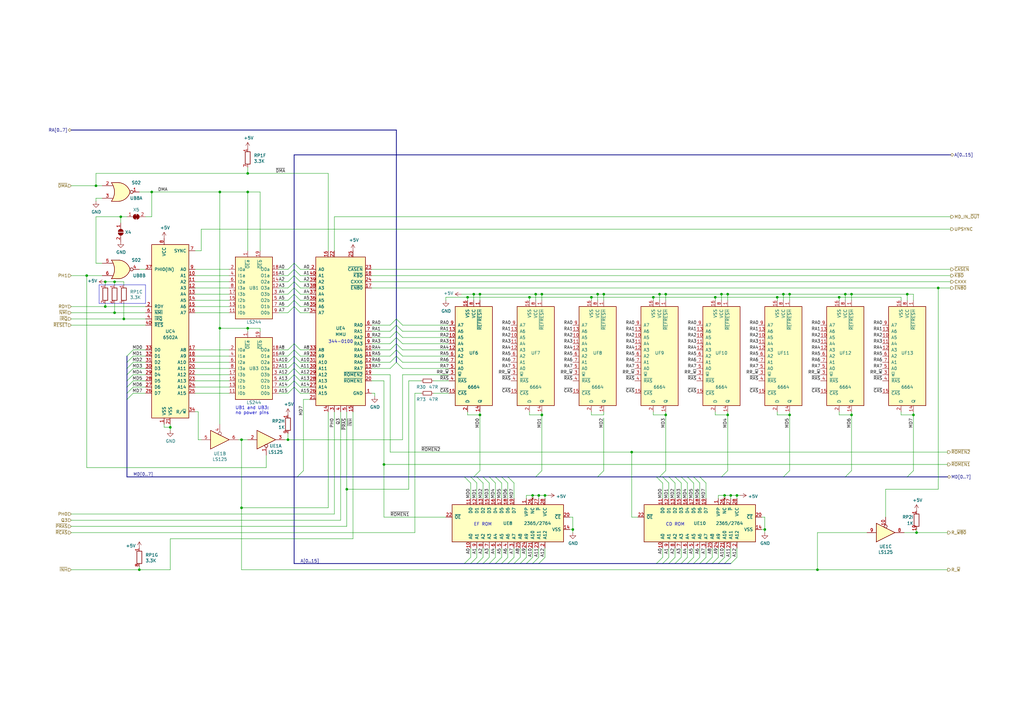
<source format=kicad_sch>
(kicad_sch (version 20230121) (generator eeschema)
  (paper "A3")
  (title_block (title "CPU/MEM A2E NTSC"))
  (junction (at 46.99 128.27))
  (junction (at 273.05 120.65))
  (junction (at 298.45 170.18))
  (junction (at 299.72 203.2))
  (junction (at 323.85 120.65))
  (junction (at 39.37 76.2))
  (junction (at 247.65 120.65))
  (junction (at 297.18 203.2))
  (junction (at 196.85 170.18))
  (junction (at 259.08 185.42))
  (junction (at 43.18 115.57))
  (junction (at 196.85 120.65))
  (junction (at 374.65 170.18))
  (junction (at 242.57 121.92))
  (junction (at 49.53 88.9))
  (junction (at 273.05 170.18))
  (junction (at 90.17 134.62))
  (junction (at 191.77 121.92))
  (junction (at 218.44 203.2))
  (junction (at 270.51 120.65))
  (junction (at 43.18 125.73))
  (junction (at 101.6 71.12))
  (junction (at 295.91 120.65))
  (junction (at 99.06 208.28))
  (junction (at 346.71 120.65))
  (junction (at 194.31 120.65))
  (junction (at 313.69 217.17))
  (junction (at 90.17 78.74))
  (junction (at 46.99 115.57))
  (junction (at 220.98 203.2))
  (junction (at 302.26 203.2))
  (junction (at 245.11 120.65))
  (junction (at 335.28 233.68))
  (junction (at 384.81 118.11))
  (junction (at 101.6 78.74))
  (junction (at 101.6 134.62))
  (junction (at 57.15 233.68))
  (junction (at 344.17 121.92))
  (junction (at 223.52 203.2))
  (junction (at 99.06 180.34))
  (junction (at 157.48 190.5))
  (junction (at 318.77 121.92))
  (junction (at 372.11 120.65))
  (junction (at 293.37 121.92))
  (junction (at 349.25 170.18))
  (junction (at 349.25 120.65))
  (junction (at 267.97 121.92))
  (junction (at 50.8 130.81))
  (junction (at 69.85 175.26))
  (junction (at 234.95 217.17))
  (junction (at 62.23 78.74))
  (junction (at 321.31 120.65))
  (junction (at 217.17 121.92))
  (junction (at 298.45 120.65))
  (junction (at 323.85 170.18))
  (junction (at 142.24 200.66))
  (junction (at 222.25 120.65))
  (junction (at 222.25 170.18))
  (junction (at 35.56 113.03))
  (junction (at 375.92 218.44))
  (junction (at 118.11 180.34))
  (junction (at 219.71 120.65))
  (bus_entry (at 52.07 161.29) (size 2.54 -2.54))
  (bus_entry (at 205.74 228.6) (size -2.54 2.54))
  (bus_entry (at 281.94 198.12) (size -2.54 -2.54))
  (bus_entry (at 195.58 228.6) (size -2.54 2.54))
  (bus_entry (at 123.19 110.49) (size -2.54 -2.54))
  (bus_entry (at 219.71 195.58) (size 2.54 -2.54))
  (bus_entry (at 203.2 228.6) (size -2.54 2.54))
  (bus_entry (at 121.92 195.58) (size 2.54 -2.54))
  (bus_entry (at 160.02 138.43) (size 2.54 -2.54))
  (bus_entry (at 118.11 143.51) (size 2.54 -2.54))
  (bus_entry (at 218.44 228.6) (size -2.54 2.54))
  (bus_entry (at 289.56 198.12) (size -2.54 -2.54))
  (bus_entry (at 123.19 123.19) (size -2.54 -2.54))
  (bus_entry (at 118.11 153.67) (size 2.54 -2.54))
  (bus_entry (at 289.56 228.6) (size -2.54 2.54))
  (bus_entry (at 165.1 140.97) (size -2.54 -2.54))
  (bus_entry (at 118.11 148.59) (size 2.54 -2.54))
  (bus_entry (at 210.82 198.12) (size -2.54 -2.54))
  (bus_entry (at 52.07 148.59) (size 2.54 -2.54))
  (bus_entry (at 195.58 198.12) (size -2.54 -2.54))
  (bus_entry (at 284.48 198.12) (size -2.54 -2.54))
  (bus_entry (at 123.19 143.51) (size -2.54 -2.54))
  (bus_entry (at 281.94 228.6) (size -2.54 2.54))
  (bus_entry (at 118.11 128.27) (size 2.54 -2.54))
  (bus_entry (at 270.51 195.58) (size 2.54 -2.54))
  (bus_entry (at 160.02 143.51) (size 2.54 -2.54))
  (bus_entry (at 346.71 195.58) (size 2.54 -2.54))
  (bus_entry (at 208.28 198.12) (size -2.54 -2.54))
  (bus_entry (at 118.11 110.49) (size 2.54 -2.54))
  (bus_entry (at 198.12 228.6) (size -2.54 2.54))
  (bus_entry (at 276.86 198.12) (size -2.54 -2.54))
  (bus_entry (at 118.11 146.05) (size 2.54 -2.54))
  (bus_entry (at 52.07 163.83) (size 2.54 -2.54))
  (bus_entry (at 123.19 158.75) (size -2.54 -2.54))
  (bus_entry (at 118.11 156.21) (size 2.54 -2.54))
  (bus_entry (at 200.66 198.12) (size -2.54 -2.54))
  (bus_entry (at 52.07 146.05) (size 2.54 -2.54))
  (bus_entry (at 208.28 228.6) (size -2.54 2.54))
  (bus_entry (at 193.04 228.6) (size -2.54 2.54))
  (bus_entry (at 223.52 228.6) (size -2.54 2.54))
  (bus_entry (at 194.31 195.58) (size 2.54 -2.54))
  (bus_entry (at 123.19 161.29) (size -2.54 -2.54))
  (bus_entry (at 372.11 195.58) (size 2.54 -2.54))
  (bus_entry (at 123.19 125.73) (size -2.54 -2.54))
  (bus_entry (at 287.02 228.6) (size -2.54 2.54))
  (bus_entry (at 123.19 148.59) (size -2.54 -2.54))
  (bus_entry (at 279.4 198.12) (size -2.54 -2.54))
  (bus_entry (at 123.19 146.05) (size -2.54 -2.54))
  (bus_entry (at 321.31 195.58) (size 2.54 -2.54))
  (bus_entry (at 274.32 198.12) (size -2.54 -2.54))
  (bus_entry (at 165.1 133.35) (size -2.54 -2.54))
  (bus_entry (at 193.04 198.12) (size -2.54 -2.54))
  (bus_entry (at 52.07 153.67) (size 2.54 -2.54))
  (bus_entry (at 123.19 120.65) (size -2.54 -2.54))
  (bus_entry (at 160.02 135.89) (size 2.54 -2.54))
  (bus_entry (at 123.19 118.11) (size -2.54 -2.54))
  (bus_entry (at 52.07 151.13) (size 2.54 -2.54))
  (bus_entry (at 118.11 151.13) (size 2.54 -2.54))
  (bus_entry (at 123.19 115.57) (size -2.54 -2.54))
  (bus_entry (at 165.1 135.89) (size -2.54 -2.54))
  (bus_entry (at 123.19 128.27) (size -2.54 -2.54))
  (bus_entry (at 220.98 228.6) (size -2.54 2.54))
  (bus_entry (at 160.02 148.59) (size 2.54 -2.54))
  (bus_entry (at 213.36 228.6) (size -2.54 2.54))
  (bus_entry (at 287.02 198.12) (size -2.54 -2.54))
  (bus_entry (at 200.66 228.6) (size -2.54 2.54))
  (bus_entry (at 118.11 120.65) (size 2.54 -2.54))
  (bus_entry (at 52.07 156.21) (size 2.54 -2.54))
  (bus_entry (at 160.02 146.05) (size 2.54 -2.54))
  (bus_entry (at 271.78 228.6) (size -2.54 2.54))
  (bus_entry (at 52.07 158.75) (size 2.54 -2.54))
  (bus_entry (at 123.19 151.13) (size -2.54 -2.54))
  (bus_entry (at 160.02 140.97) (size 2.54 -2.54))
  (bus_entry (at 276.86 228.6) (size -2.54 2.54))
  (bus_entry (at 123.19 156.21) (size -2.54 -2.54))
  (bus_entry (at 118.11 118.11) (size 2.54 -2.54))
  (bus_entry (at 279.4 228.6) (size -2.54 2.54))
  (bus_entry (at 165.1 138.43) (size -2.54 -2.54))
  (bus_entry (at 271.78 198.12) (size -2.54 -2.54))
  (bus_entry (at 160.02 151.13) (size 2.54 -2.54))
  (bus_entry (at 165.1 146.05) (size -2.54 -2.54))
  (bus_entry (at 160.02 133.35) (size 2.54 -2.54))
  (bus_entry (at 210.82 228.6) (size -2.54 2.54))
  (bus_entry (at 118.11 113.03) (size 2.54 -2.54))
  (bus_entry (at 165.1 151.13) (size -2.54 -2.54))
  (bus_entry (at 118.11 125.73) (size 2.54 -2.54))
  (bus_entry (at 274.32 228.6) (size -2.54 2.54))
  (bus_entry (at 295.91 195.58) (size 2.54 -2.54))
  (bus_entry (at 205.74 198.12) (size -2.54 -2.54))
  (bus_entry (at 245.11 195.58) (size 2.54 -2.54))
  (bus_entry (at 215.9 228.6) (size -2.54 2.54))
  (bus_entry (at 292.1 228.6) (size -2.54 2.54))
  (bus_entry (at 284.48 228.6) (size -2.54 2.54))
  (bus_entry (at 198.12 198.12) (size -2.54 -2.54))
  (bus_entry (at 297.18 228.6) (size -2.54 2.54))
  (bus_entry (at 294.64 228.6) (size -2.54 2.54))
  (bus_entry (at 302.26 228.6) (size -2.54 2.54))
  (bus_entry (at 118.11 123.19) (size 2.54 -2.54))
  (bus_entry (at 203.2 198.12) (size -2.54 -2.54))
  (bus_entry (at 123.19 113.03) (size -2.54 -2.54))
  (bus_entry (at 118.11 161.29) (size 2.54 -2.54))
  (bus_entry (at 165.1 148.59) (size -2.54 -2.54))
  (bus_entry (at 118.11 158.75) (size 2.54 -2.54))
  (bus_entry (at 299.72 228.6) (size -2.54 2.54))
  (bus_entry (at 165.1 143.51) (size -2.54 -2.54))
  (bus_entry (at 123.19 153.67) (size -2.54 -2.54))
  (bus_entry (at 118.11 115.57) (size 2.54 -2.54))
  (bus (pts (xy 121.92 195.58) (xy 190.5 195.58)))
  (wire (pts (xy 297.18 204.47) (xy 297.18 203.2)))
  (wire (pts (xy 323.85 120.65) (xy 346.71 120.65)))
  (wire (pts (xy 59.69 133.35) (xy 29.21 133.35)))
  (bus (pts (xy 269.24 231.14) (xy 271.78 231.14)))
  (bus (pts (xy 287.02 195.58) (xy 295.91 195.58)))
  (wire (pts (xy 46.99 116.84) (xy 46.99 115.57)))
  (wire (pts (xy 52.07 88.9) (xy 49.53 88.9)))
  (bus (pts (xy 284.48 195.58) (xy 287.02 195.58)))
  (wire (pts (xy 271.78 224.79) (xy 271.78 228.6)))
  (bus (pts (xy 281.94 195.58) (xy 284.48 195.58)))
  (wire (pts (xy 54.61 146.05) (xy 59.69 146.05)))
  (bus (pts (xy 279.4 195.58) (xy 281.94 195.58)))
  (bus (pts (xy 120.65 140.97) (xy 120.65 143.51)))
  (wire (pts (xy 114.3 110.49) (xy 118.11 110.49)))
  (polyline (pts (xy 59.69 116.84) (xy 59.69 124.46)))
  (wire (pts (xy 220.98 203.2) (xy 223.52 203.2)))
  (wire (pts (xy 67.31 175.26) (xy 69.85 175.26)))
  (wire (pts (xy 123.19 151.13) (xy 127 151.13)))
  (wire (pts (xy 157.48 156.21) (xy 157.48 190.5)))
  (wire (pts (xy 41.91 81.28) (xy 39.37 81.28)))
  (wire (pts (xy 127 120.65) (xy 123.19 120.65)))
  (wire (pts (xy 35.56 113.03) (xy 35.56 191.77)))
  (wire (pts (xy 259.08 185.42) (xy 388.62 185.42)))
  (wire (pts (xy 234.95 217.17) (xy 234.95 218.44)))
  (wire (pts (xy 152.4 133.35) (xy 160.02 133.35)))
  (wire (pts (xy 284.48 228.6) (xy 284.48 224.79)))
  (bus (pts (xy 200.66 195.58) (xy 203.2 195.58)))
  (wire (pts (xy 118.11 113.03) (xy 114.3 113.03)))
  (wire (pts (xy 217.17 170.18) (xy 222.25 170.18)))
  (wire (pts (xy 233.68 217.17) (xy 234.95 217.17)))
  (wire (pts (xy 144.78 168.91) (xy 144.78 220.98)))
  (bus (pts (xy 215.9 231.14) (xy 218.44 231.14)))
  (wire (pts (xy 198.12 224.79) (xy 198.12 228.6)))
  (bus (pts (xy 271.78 195.58) (xy 274.32 195.58)))
  (wire (pts (xy 160.02 151.13) (xy 152.4 151.13)))
  (wire (pts (xy 372.11 123.19) (xy 372.11 120.65)))
  (wire (pts (xy 81.28 180.34) (xy 82.55 180.34)))
  (bus (pts (xy 120.65 146.05) (xy 120.65 148.59)))
  (wire (pts (xy 93.98 128.27) (xy 80.01 128.27)))
  (wire (pts (xy 165.1 146.05) (xy 184.15 146.05)))
  (bus (pts (xy 372.11 195.58) (xy 388.62 195.58)))
  (bus (pts (xy 198.12 231.14) (xy 200.66 231.14)))
  (wire (pts (xy 165.1 135.89) (xy 184.15 135.89)))
  (wire (pts (xy 217.17 168.91) (xy 217.17 170.18)))
  (wire (pts (xy 153.67 161.29) (xy 153.67 162.56)))
  (wire (pts (xy 142.24 200.66) (xy 142.24 215.9)))
  (wire (pts (xy 344.17 121.92) (xy 344.17 123.19)))
  (wire (pts (xy 233.68 212.09) (xy 234.95 212.09)))
  (bus (pts (xy 292.1 231.14) (xy 294.64 231.14)))
  (bus (pts (xy 52.07 151.13) (xy 52.07 153.67)))
  (wire (pts (xy 191.77 168.91) (xy 191.77 170.18)))
  (wire (pts (xy 114.3 115.57) (xy 118.11 115.57)))
  (wire (pts (xy 312.42 217.17) (xy 313.69 217.17)))
  (bus (pts (xy 162.56 135.89) (xy 162.56 138.43)))
  (wire (pts (xy 287.02 224.79) (xy 287.02 228.6)))
  (wire (pts (xy 160.02 153.67) (xy 160.02 185.42)))
  (wire (pts (xy 80.01 158.75) (xy 93.98 158.75)))
  (wire (pts (xy 198.12 198.12) (xy 198.12 204.47)))
  (wire (pts (xy 123.19 123.19) (xy 127 123.19)))
  (wire (pts (xy 267.97 121.92) (xy 267.97 123.19)))
  (bus (pts (xy 195.58 195.58) (xy 198.12 195.58)))
  (wire (pts (xy 184.15 138.43) (xy 165.1 138.43)))
  (wire (pts (xy 46.99 115.57) (xy 50.8 115.57)))
  (bus (pts (xy 195.58 231.14) (xy 198.12 231.14)))
  (wire (pts (xy 157.48 190.5) (xy 157.48 212.09)))
  (wire (pts (xy 80.01 125.73) (xy 93.98 125.73)))
  (wire (pts (xy 54.61 158.75) (xy 59.69 158.75)))
  (bus (pts (xy 218.44 231.14) (xy 220.98 231.14)))
  (wire (pts (xy 323.85 170.18) (xy 323.85 193.04)))
  (wire (pts (xy 160.02 140.97) (xy 152.4 140.97)))
  (wire (pts (xy 191.77 121.92) (xy 217.17 121.92)))
  (wire (pts (xy 106.68 78.74) (xy 101.6 78.74)))
  (wire (pts (xy 208.28 198.12) (xy 208.28 204.47)))
  (wire (pts (xy 293.37 170.18) (xy 298.45 170.18)))
  (wire (pts (xy 223.52 203.2) (xy 224.79 203.2)))
  (wire (pts (xy 80.01 120.65) (xy 93.98 120.65)))
  (wire (pts (xy 80.01 168.91) (xy 81.28 168.91)))
  (bus (pts (xy 162.56 133.35) (xy 162.56 135.89)))
  (wire (pts (xy 43.18 124.46) (xy 43.18 125.73)))
  (wire (pts (xy 152.4 156.21) (xy 157.48 156.21)))
  (wire (pts (xy 69.85 175.26) (xy 69.85 173.99)))
  (wire (pts (xy 223.52 224.79) (xy 223.52 228.6)))
  (wire (pts (xy 318.77 121.92) (xy 344.17 121.92)))
  (wire (pts (xy 242.57 121.92) (xy 242.57 123.19)))
  (bus (pts (xy 120.65 143.51) (xy 120.65 146.05)))
  (wire (pts (xy 152.4 113.03) (xy 389.89 113.03)))
  (bus (pts (xy 203.2 195.58) (xy 205.74 195.58)))
  (wire (pts (xy 313.69 217.17) (xy 313.69 218.44)))
  (wire (pts (xy 219.71 120.65) (xy 222.25 120.65)))
  (wire (pts (xy 99.06 233.68) (xy 335.28 233.68)))
  (wire (pts (xy 134.62 208.28) (xy 99.06 208.28)))
  (bus (pts (xy 120.65 153.67) (xy 120.65 156.21)))
  (wire (pts (xy 295.91 120.65) (xy 298.45 120.65)))
  (bus (pts (xy 193.04 195.58) (xy 194.31 195.58)))
  (wire (pts (xy 267.97 170.18) (xy 273.05 170.18)))
  (bus (pts (xy 52.07 146.05) (xy 52.07 148.59)))
  (wire (pts (xy 101.6 102.87) (xy 101.6 78.74)))
  (wire (pts (xy 270.51 120.65) (xy 273.05 120.65)))
  (wire (pts (xy 93.98 118.11) (xy 80.01 118.11)))
  (wire (pts (xy 177.8 156.21) (xy 184.15 156.21)))
  (wire (pts (xy 127 125.73) (xy 123.19 125.73)))
  (bus (pts (xy 295.91 195.58) (xy 321.31 195.58)))
  (bus (pts (xy 52.07 148.59) (xy 52.07 151.13)))
  (wire (pts (xy 114.3 153.67) (xy 118.11 153.67)))
  (wire (pts (xy 165.1 140.97) (xy 184.15 140.97)))
  (wire (pts (xy 43.18 116.84) (xy 43.18 115.57)))
  (wire (pts (xy 295.91 123.19) (xy 295.91 120.65)))
  (wire (pts (xy 157.48 190.5) (xy 388.62 190.5)))
  (wire (pts (xy 118.11 161.29) (xy 114.3 161.29)))
  (bus (pts (xy 52.07 195.58) (xy 121.92 195.58)))
  (wire (pts (xy 101.6 135.89) (xy 101.6 134.62)))
  (wire (pts (xy 369.57 170.18) (xy 374.65 170.18)))
  (wire (pts (xy 196.85 170.18) (xy 196.85 168.91)))
  (wire (pts (xy 124.46 193.04) (xy 124.46 163.83)))
  (wire (pts (xy 297.18 224.79) (xy 297.18 228.6)))
  (wire (pts (xy 335.28 233.68) (xy 335.28 218.44)))
  (wire (pts (xy 142.24 200.66) (xy 142.24 168.91)))
  (wire (pts (xy 313.69 212.09) (xy 313.69 217.17)))
  (wire (pts (xy 215.9 203.2) (xy 218.44 203.2)))
  (bus (pts (xy 321.31 195.58) (xy 346.71 195.58)))
  (wire (pts (xy 215.9 204.47) (xy 215.9 203.2)))
  (wire (pts (xy 93.98 113.03) (xy 80.01 113.03)))
  (wire (pts (xy 54.61 156.21) (xy 59.69 156.21)))
  (polyline (pts (xy 40.64 116.84) (xy 59.69 116.84)))
  (wire (pts (xy 114.3 125.73) (xy 118.11 125.73)))
  (wire (pts (xy 363.22 200.66) (xy 363.22 212.09)))
  (bus (pts (xy 162.56 146.05) (xy 162.56 148.59)))
  (wire (pts (xy 97.79 180.34) (xy 99.06 180.34)))
  (wire (pts (xy 223.52 204.47) (xy 223.52 203.2)))
  (wire (pts (xy 170.18 161.29) (xy 170.18 218.44)))
  (wire (pts (xy 54.61 153.67) (xy 59.69 153.67)))
  (wire (pts (xy 39.37 76.2) (xy 39.37 71.12)))
  (wire (pts (xy 299.72 204.47) (xy 299.72 203.2)))
  (wire (pts (xy 297.18 203.2) (xy 299.72 203.2)))
  (bus (pts (xy 208.28 231.14) (xy 210.82 231.14)))
  (wire (pts (xy 82.55 102.87) (xy 82.55 93.98)))
  (wire (pts (xy 203.2 224.79) (xy 203.2 228.6)))
  (wire (pts (xy 80.01 148.59) (xy 93.98 148.59)))
  (wire (pts (xy 196.85 170.18) (xy 196.85 193.04)))
  (wire (pts (xy 50.8 130.81) (xy 59.69 130.81)))
  (bus (pts (xy 245.11 195.58) (xy 269.24 195.58)))
  (wire (pts (xy 346.71 123.19) (xy 346.71 120.65)))
  (wire (pts (xy 193.04 198.12) (xy 193.04 204.47)))
  (wire (pts (xy 93.98 151.13) (xy 80.01 151.13)))
  (wire (pts (xy 29.21 113.03) (xy 35.56 113.03)))
  (wire (pts (xy 312.42 212.09) (xy 313.69 212.09)))
  (wire (pts (xy 54.61 143.51) (xy 59.69 143.51)))
  (wire (pts (xy 167.64 156.21) (xy 167.64 200.66)))
  (wire (pts (xy 281.94 224.79) (xy 281.94 228.6)))
  (bus (pts (xy 52.07 158.75) (xy 52.07 161.29)))
  (bus (pts (xy 220.98 231.14) (xy 269.24 231.14)))
  (wire (pts (xy 298.45 123.19) (xy 298.45 120.65)))
  (wire (pts (xy 284.48 198.12) (xy 284.48 204.47)))
  (wire (pts (xy 29.21 210.82) (xy 137.16 210.82)))
  (wire (pts (xy 344.17 170.18) (xy 349.25 170.18)))
  (wire (pts (xy 273.05 170.18) (xy 273.05 168.91)))
  (wire (pts (xy 177.8 161.29) (xy 184.15 161.29)))
  (bus (pts (xy 120.65 63.5) (xy 389.89 63.5)))
  (wire (pts (xy 99.06 208.28) (xy 99.06 233.68)))
  (bus (pts (xy 270.51 195.58) (xy 271.78 195.58)))
  (wire (pts (xy 165.1 153.67) (xy 165.1 180.34)))
  (bus (pts (xy 274.32 195.58) (xy 276.86 195.58)))
  (wire (pts (xy 193.04 224.79) (xy 193.04 228.6)))
  (wire (pts (xy 123.19 113.03) (xy 127 113.03)))
  (wire (pts (xy 279.4 228.6) (xy 279.4 224.79)))
  (wire (pts (xy 259.08 212.09) (xy 261.62 212.09)))
  (wire (pts (xy 242.57 168.91) (xy 242.57 170.18)))
  (wire (pts (xy 57.15 110.49) (xy 59.69 110.49)))
  (wire (pts (xy 369.57 123.19) (xy 369.57 121.92)))
  (wire (pts (xy 372.11 120.65) (xy 374.65 120.65)))
  (wire (pts (xy 99.06 180.34) (xy 99.06 208.28)))
  (wire (pts (xy 196.85 123.19) (xy 196.85 120.65)))
  (wire (pts (xy 134.62 71.12) (xy 134.62 102.87)))
  (wire (pts (xy 43.18 115.57) (xy 46.99 115.57)))
  (wire (pts (xy 69.85 220.98) (xy 144.78 220.98)))
  (wire (pts (xy 196.85 120.65) (xy 219.71 120.65)))
  (wire (pts (xy 302.26 224.79) (xy 302.26 228.6)))
  (wire (pts (xy 80.01 153.67) (xy 93.98 153.67)))
  (wire (pts (xy 152.4 153.67) (xy 160.02 153.67)))
  (bus (pts (xy 52.07 156.21) (xy 52.07 158.75)))
  (wire (pts (xy 219.71 123.19) (xy 219.71 120.65)))
  (wire (pts (xy 182.88 121.92) (xy 191.77 121.92)))
  (wire (pts (xy 90.17 78.74) (xy 101.6 78.74)))
  (wire (pts (xy 69.85 233.68) (xy 57.15 233.68)))
  (bus (pts (xy 190.5 231.14) (xy 193.04 231.14)))
  (wire (pts (xy 213.36 224.79) (xy 213.36 228.6)))
  (wire (pts (xy 267.97 168.91) (xy 267.97 170.18)))
  (wire (pts (xy 118.11 118.11) (xy 114.3 118.11)))
  (wire (pts (xy 127 110.49) (xy 123.19 110.49)))
  (wire (pts (xy 123.19 158.75) (xy 127 158.75)))
  (wire (pts (xy 247.65 171.45) (xy 247.65 193.04)))
  (wire (pts (xy 267.97 121.92) (xy 293.37 121.92)))
  (wire (pts (xy 90.17 134.62) (xy 101.6 134.62)))
  (wire (pts (xy 134.62 168.91) (xy 134.62 208.28)))
  (wire (pts (xy 118.11 177.8) (xy 118.11 180.34)))
  (wire (pts (xy 299.72 203.2) (xy 302.26 203.2)))
  (wire (pts (xy 106.68 135.89) (xy 106.68 134.62)))
  (bus (pts (xy 162.56 143.51) (xy 162.56 146.05)))
  (polyline (pts (xy 40.64 124.46) (xy 40.64 116.84)))
  (wire (pts (xy 118.11 128.27) (xy 114.3 128.27)))
  (bus (pts (xy 120.65 125.73) (xy 120.65 140.97)))
  (bus (pts (xy 289.56 231.14) (xy 292.1 231.14)))
  (wire (pts (xy 276.86 198.12) (xy 276.86 204.47)))
  (wire (pts (xy 160.02 146.05) (xy 152.4 146.05)))
  (bus (pts (xy 205.74 195.58) (xy 208.28 195.58)))
  (wire (pts (xy 298.45 170.18) (xy 298.45 193.04)))
  (wire (pts (xy 50.8 124.46) (xy 50.8 130.81)))
  (wire (pts (xy 90.17 173.99) (xy 90.17 134.62)))
  (wire (pts (xy 184.15 133.35) (xy 165.1 133.35)))
  (wire (pts (xy 101.6 71.12) (xy 134.62 71.12)))
  (wire (pts (xy 218.44 224.79) (xy 218.44 228.6)))
  (wire (pts (xy 242.57 170.18) (xy 247.65 170.18)))
  (wire (pts (xy 247.65 123.19) (xy 247.65 120.65)))
  (wire (pts (xy 62.23 88.9) (xy 59.69 88.9)))
  (bus (pts (xy 294.64 231.14) (xy 297.18 231.14)))
  (wire (pts (xy 81.28 168.91) (xy 81.28 180.34)))
  (wire (pts (xy 222.25 170.18) (xy 222.25 193.04)))
  (wire (pts (xy 293.37 121.92) (xy 318.77 121.92)))
  (wire (pts (xy 217.17 121.92) (xy 242.57 121.92)))
  (wire (pts (xy 118.11 146.05) (xy 114.3 146.05)))
  (wire (pts (xy 54.61 148.59) (xy 59.69 148.59)))
  (wire (pts (xy 93.98 146.05) (xy 80.01 146.05)))
  (wire (pts (xy 127 143.51) (xy 123.19 143.51)))
  (wire (pts (xy 344.17 168.91) (xy 344.17 170.18)))
  (bus (pts (xy 205.74 231.14) (xy 208.28 231.14)))
  (wire (pts (xy 242.57 121.92) (xy 267.97 121.92)))
  (wire (pts (xy 90.17 78.74) (xy 90.17 134.62)))
  (wire (pts (xy 137.16 88.9) (xy 389.89 88.9)))
  (wire (pts (xy 127 153.67) (xy 123.19 153.67)))
  (wire (pts (xy 62.23 78.74) (xy 62.23 88.9)))
  (wire (pts (xy 123.19 161.29) (xy 127 161.29)))
  (wire (pts (xy 184.15 143.51) (xy 165.1 143.51)))
  (wire (pts (xy 93.98 123.19) (xy 80.01 123.19)))
  (bus (pts (xy 274.32 231.14) (xy 276.86 231.14)))
  (wire (pts (xy 217.17 121.92) (xy 217.17 123.19)))
  (wire (pts (xy 274.32 198.12) (xy 274.32 204.47)))
  (wire (pts (xy 29.21 213.36) (xy 139.7 213.36)))
  (wire (pts (xy 184.15 148.59) (xy 165.1 148.59)))
  (bus (pts (xy 162.56 53.34) (xy 162.56 130.81)))
  (wire (pts (xy 29.21 218.44) (xy 170.18 218.44)))
  (bus (pts (xy 297.18 231.14) (xy 299.72 231.14)))
  (bus (pts (xy 284.48 231.14) (xy 287.02 231.14)))
  (wire (pts (xy 46.99 124.46) (xy 46.99 128.27)))
  (wire (pts (xy 157.48 212.09) (xy 182.88 212.09)))
  (wire (pts (xy 375.92 218.44) (xy 388.62 218.44)))
  (wire (pts (xy 57.15 233.68) (xy 29.21 233.68)))
  (wire (pts (xy 43.18 125.73) (xy 59.69 125.73)))
  (wire (pts (xy 289.56 198.12) (xy 289.56 204.47)))
  (wire (pts (xy 335.28 218.44) (xy 355.6 218.44)))
  (wire (pts (xy 127 163.83) (xy 124.46 163.83)))
  (bus (pts (xy 193.04 231.14) (xy 195.58 231.14)))
  (wire (pts (xy 384.81 118.11) (xy 384.81 200.66)))
  (wire (pts (xy 109.22 191.77) (xy 109.22 186.69)))
  (wire (pts (xy 195.58 228.6) (xy 195.58 224.79)))
  (wire (pts (xy 152.4 161.29) (xy 153.67 161.29)))
  (wire (pts (xy 152.4 110.49) (xy 389.89 110.49)))
  (wire (pts (xy 298.45 170.18) (xy 298.45 168.91)))
  (wire (pts (xy 46.99 128.27) (xy 59.69 128.27)))
  (wire (pts (xy 289.56 228.6) (xy 289.56 224.79)))
  (wire (pts (xy 184.15 153.67) (xy 165.1 153.67)))
  (wire (pts (xy 80.01 110.49) (xy 93.98 110.49)))
  (wire (pts (xy 90.17 78.74) (xy 62.23 78.74)))
  (wire (pts (xy 152.4 148.59) (xy 160.02 148.59)))
  (wire (pts (xy 273.05 170.18) (xy 273.05 193.04)))
  (wire (pts (xy 127 148.59) (xy 123.19 148.59)))
  (wire (pts (xy 118.11 180.34) (xy 116.84 180.34)))
  (wire (pts (xy 67.31 173.99) (xy 67.31 175.26)))
  (wire (pts (xy 384.81 118.11) (xy 389.89 118.11)))
  (wire (pts (xy 123.19 146.05) (xy 127 146.05)))
  (bus (pts (xy 162.56 130.81) (xy 162.56 133.35)))
  (wire (pts (xy 101.6 68.58) (xy 101.6 71.12)))
  (wire (pts (xy 167.64 200.66) (xy 142.24 200.66)))
  (wire (pts (xy 200.66 198.12) (xy 200.66 204.47)))
  (wire (pts (xy 152.4 143.51) (xy 160.02 143.51)))
  (wire (pts (xy 259.08 212.09) (xy 259.08 185.42)))
  (wire (pts (xy 118.11 151.13) (xy 114.3 151.13)))
  (bus (pts (xy 281.94 231.14) (xy 284.48 231.14)))
  (bus (pts (xy 203.2 231.14) (xy 205.74 231.14)))
  (wire (pts (xy 247.65 120.65) (xy 270.51 120.65)))
  (bus (pts (xy 210.82 231.14) (xy 213.36 231.14)))
  (wire (pts (xy 273.05 120.65) (xy 295.91 120.65)))
  (bus (pts (xy 120.65 110.49) (xy 120.65 113.03)))
  (wire (pts (xy 43.18 125.73) (xy 29.21 125.73)))
  (wire (pts (xy 194.31 120.65) (xy 196.85 120.65)))
  (wire (pts (xy 191.77 170.18) (xy 196.85 170.18)))
  (wire (pts (xy 39.37 107.95) (xy 41.91 107.95)))
  (wire (pts (xy 50.8 130.81) (xy 29.21 130.81)))
  (wire (pts (xy 195.58 198.12) (xy 195.58 204.47)))
  (bus (pts (xy 213.36 231.14) (xy 215.9 231.14)))
  (wire (pts (xy 323.85 170.18) (xy 323.85 168.91)))
  (wire (pts (xy 62.23 78.74) (xy 57.15 78.74)))
  (wire (pts (xy 82.55 93.98) (xy 389.89 93.98)))
  (bus (pts (xy 190.5 195.58) (xy 193.04 195.58)))
  (wire (pts (xy 293.37 121.92) (xy 293.37 123.19)))
  (wire (pts (xy 194.31 123.19) (xy 194.31 120.65)))
  (wire (pts (xy 208.28 224.79) (xy 208.28 228.6)))
  (bus (pts (xy 120.65 113.03) (xy 120.65 115.57)))
  (wire (pts (xy 160.02 135.89) (xy 152.4 135.89)))
  (wire (pts (xy 191.77 121.92) (xy 191.77 123.19)))
  (wire (pts (xy 54.61 161.29) (xy 59.69 161.29)))
  (wire (pts (xy 35.56 113.03) (xy 41.91 113.03)))
  (wire (pts (xy 93.98 156.21) (xy 80.01 156.21)))
  (wire (pts (xy 370.84 218.44) (xy 375.92 218.44)))
  (wire (pts (xy 279.4 198.12) (xy 279.4 204.47)))
  (wire (pts (xy 80.01 102.87) (xy 82.55 102.87)))
  (wire (pts (xy 294.64 203.2) (xy 297.18 203.2)))
  (wire (pts (xy 165.1 151.13) (xy 184.15 151.13)))
  (wire (pts (xy 152.4 118.11) (xy 384.81 118.11)))
  (wire (pts (xy 172.72 161.29) (xy 170.18 161.29)))
  (wire (pts (xy 276.86 224.79) (xy 276.86 228.6)))
  (bus (pts (xy 271.78 231.14) (xy 274.32 231.14)))
  (wire (pts (xy 292.1 224.79) (xy 292.1 228.6)))
  (wire (pts (xy 69.85 220.98) (xy 69.85 233.68)))
  (wire (pts (xy 369.57 168.91) (xy 369.57 170.18)))
  (wire (pts (xy 69.85 175.26) (xy 69.85 176.53)))
  (wire (pts (xy 46.99 128.27) (xy 29.21 128.27)))
  (wire (pts (xy 384.81 200.66) (xy 363.22 200.66)))
  (wire (pts (xy 222.25 123.19) (xy 222.25 120.65)))
  (wire (pts (xy 346.71 120.65) (xy 349.25 120.65)))
  (wire (pts (xy 200.66 228.6) (xy 200.66 224.79)))
  (wire (pts (xy 127 115.57) (xy 123.19 115.57)))
  (bus (pts (xy 219.71 195.58) (xy 245.11 195.58)))
  (wire (pts (xy 323.85 123.19) (xy 323.85 120.65)))
  (wire (pts (xy 80.01 143.51) (xy 93.98 143.51)))
  (wire (pts (xy 54.61 151.13) (xy 59.69 151.13)))
  (wire (pts (xy 165.1 180.34) (xy 118.11 180.34)))
  (wire (pts (xy 220.98 204.47) (xy 220.98 203.2)))
  (wire (pts (xy 106.68 134.62) (xy 101.6 134.62)))
  (wire (pts (xy 182.88 121.92) (xy 182.88 123.19)))
  (bus (pts (xy 162.56 140.97) (xy 162.56 143.51)))
  (bus (pts (xy 208.28 195.58) (xy 219.71 195.58)))
  (wire (pts (xy 321.31 123.19) (xy 321.31 120.65)))
  (wire (pts (xy 349.25 120.65) (xy 372.11 120.65)))
  (bus (pts (xy 120.65 115.57) (xy 120.65 118.11)))
  (bus (pts (xy 120.65 156.21) (xy 120.65 158.75)))
  (polyline (pts (xy 59.69 124.46) (xy 40.64 124.46)))
  (wire (pts (xy 299.72 228.6) (xy 299.72 224.79)))
  (wire (pts (xy 35.56 191.77) (xy 109.22 191.77)))
  (wire (pts (xy 318.77 168.91) (xy 318.77 170.18)))
  (wire (pts (xy 39.37 76.2) (xy 41.91 76.2)))
  (wire (pts (xy 39.37 71.12) (xy 101.6 71.12)))
  (wire (pts (xy 293.37 168.91) (xy 293.37 170.18)))
  (wire (pts (xy 374.65 170.18) (xy 374.65 168.91)))
  (wire (pts (xy 80.01 115.57) (xy 93.98 115.57)))
  (bus (pts (xy 120.65 158.75) (xy 120.65 231.14)))
  (wire (pts (xy 274.32 228.6) (xy 274.32 224.79)))
  (wire (pts (xy 118.11 123.19) (xy 114.3 123.19)))
  (wire (pts (xy 294.64 204.47) (xy 294.64 203.2)))
  (wire (pts (xy 39.37 81.28) (xy 39.37 82.55)))
  (wire (pts (xy 245.11 123.19) (xy 245.11 120.65)))
  (bus (pts (xy 200.66 231.14) (xy 203.2 231.14)))
  (wire (pts (xy 302.26 204.47) (xy 302.26 203.2)))
  (wire (pts (xy 210.82 228.6) (xy 210.82 224.79)))
  (wire (pts (xy 271.78 198.12) (xy 271.78 204.47)))
  (wire (pts (xy 189.23 120.65) (xy 194.31 120.65)))
  (wire (pts (xy 374.65 120.65) (xy 374.65 123.19)))
  (bus (pts (xy 198.12 195.58) (xy 200.66 195.58)))
  (bus (pts (xy 120.65 151.13) (xy 120.65 153.67)))
  (wire (pts (xy 203.2 198.12) (xy 203.2 204.47)))
  (wire (pts (xy 302.26 203.2) (xy 303.53 203.2)))
  (wire (pts (xy 205.74 228.6) (xy 205.74 224.79)))
  (bus (pts (xy 346.71 195.58) (xy 372.11 195.58)))
  (bus (pts (xy 120.65 120.65) (xy 120.65 123.19)))
  (wire (pts (xy 294.64 228.6) (xy 294.64 224.79)))
  (wire (pts (xy 287.02 198.12) (xy 287.02 204.47)))
  (bus (pts (xy 276.86 231.14) (xy 279.4 231.14)))
  (wire (pts (xy 281.94 198.12) (xy 281.94 204.47)))
  (wire (pts (xy 318.77 170.18) (xy 323.85 170.18)))
  (wire (pts (xy 160.02 185.42) (xy 259.08 185.42)))
  (wire (pts (xy 222.25 120.65) (xy 245.11 120.65)))
  (wire (pts (xy 335.28 233.68) (xy 388.62 233.68)))
  (wire (pts (xy 118.11 158.75) (xy 114.3 158.75)))
  (wire (pts (xy 123.19 156.21) (xy 127 156.21)))
  (wire (pts (xy 99.06 180.34) (xy 101.6 180.34)))
  (wire (pts (xy 106.68 102.87) (xy 106.68 78.74)))
  (wire (pts (xy 374.65 170.18) (xy 374.65 193.04)))
  (wire (pts (xy 39.37 88.9) (xy 39.37 107.95)))
  (wire (pts (xy 50.8 115.57) (xy 50.8 116.84)))
  (wire (pts (xy 349.25 123.19) (xy 349.25 120.65)))
  (wire (pts (xy 220.98 228.6) (xy 220.98 224.79)))
  (bus (pts (xy 120.65 118.11) (xy 120.65 120.65)))
  (bus (pts (xy 52.07 163.83) (xy 52.07 195.58)))
  (wire (pts (xy 270.51 123.19) (xy 270.51 120.65)))
  (wire (pts (xy 114.3 148.59) (xy 118.11 148.59)))
  (bus (pts (xy 162.56 53.34) (xy 29.21 53.34)))
  (bus (pts (xy 276.86 195.58) (xy 279.4 195.58)))
  (wire (pts (xy 114.3 143.51) (xy 118.11 143.51)))
  (wire (pts (xy 218.44 204.47) (xy 218.44 203.2)))
  (wire (pts (xy 49.53 88.9) (xy 39.37 88.9)))
  (wire (pts (xy 210.82 198.12) (xy 210.82 204.47)))
  (bus (pts (xy 52.07 153.67) (xy 52.07 156.21)))
  (wire (pts (xy 172.72 156.21) (xy 167.64 156.21)))
  (wire (pts (xy 298.45 120.65) (xy 321.31 120.65)))
  (wire (pts (xy 49.53 91.44) (xy 49.53 88.9)))
  (wire (pts (xy 247.65 170.18) (xy 247.65 168.91)))
  (wire (pts (xy 215.9 228.6) (xy 215.9 224.79)))
  (bus (pts (xy 279.4 231.14) (xy 281.94 231.14)))
  (wire (pts (xy 118.11 156.21) (xy 114.3 156.21)))
  (wire (pts (xy 222.25 170.18) (xy 222.25 168.91)))
  (wire (pts (xy 318.77 121.92) (xy 318.77 123.19)))
  (wire (pts (xy 349.25 170.18) (xy 349.25 193.04)))
  (bus (pts (xy 194.31 195.58) (xy 195.58 195.58)))
  (wire (pts (xy 245.11 120.65) (xy 247.65 120.65)))
  (wire (pts (xy 137.16 102.87) (xy 137.16 88.9)))
  (wire (pts (xy 389.89 115.57) (xy 152.4 115.57)))
  (wire (pts (xy 234.95 212.09) (xy 234.95 217.17)))
  (wire (pts (xy 321.31 120.65) (xy 323.85 120.65)))
  (bus (pts (xy 120.65 123.19) (xy 120.65 125.73)))
  (wire (pts (xy 349.25 170.18) (xy 349.25 168.91)))
  (wire (pts (xy 152.4 138.43) (xy 160.02 138.43)))
  (wire (pts (xy 93.98 161.29) (xy 80.01 161.29)))
  (bus (pts (xy 162.56 138.43) (xy 162.56 140.97)))
  (wire (pts (xy 123.19 118.11) (xy 127 118.11)))
  (bus (pts (xy 287.02 231.14) (xy 289.56 231.14)))
  (wire (pts (xy 139.7 168.91) (xy 139.7 213.36)))
  (wire (pts (xy 375.92 217.17) (xy 375.92 218.44)))
  (wire (pts (xy 205.74 198.12) (xy 205.74 204.47)))
  (bus (pts (xy 120.65 63.5) (xy 120.65 107.95)))
  (bus (pts (xy 120.65 107.95) (xy 120.65 110.49)))
  (wire (pts (xy 29.21 76.2) (xy 39.37 76.2)))
  (bus (pts (xy 269.24 195.58) (xy 270.51 195.58)))
  (wire (pts (xy 123.19 128.27) (xy 127 128.27)))
  (wire (pts (xy 57.15 232.41) (xy 57.15 233.68)))
  (wire (pts (xy 344.17 121.92) (xy 369.57 121.92)))
  (wire (pts (xy 29.21 215.9) (xy 142.24 215.9)))
  (wire (pts (xy 114.3 120.65) (xy 118.11 120.65)))
  (bus (pts (xy 120.65 231.14) (xy 190.5 231.14)))
  (bus (pts (xy 120.65 148.59) (xy 120.65 151.13)))
  (wire (pts (xy 273.05 123.19) (xy 273.05 120.65)))
  (bus (pts (xy 52.07 161.29) (xy 52.07 163.83)))
  (wire (pts (xy 218.44 203.2) (xy 220.98 203.2)))
  (wire (pts (xy 137.16 168.91) (xy 137.16 210.82)))
  (text "UB1 and UB3:\nno power pins" (at 96.52 170.18 0) (effects (font (size 1.27 1.27)) (justify left bottom)))
  (text "344-0100" (at 134.62 140.97 0) (effects (font (size 1.27 1.27)) (justify left bottom)))
  (text "CD ROM" (at 273.05 215.9 0) (effects (font (size 1.27 1.27)) (justify left bottom)))
  (text "EF ROM" (at 194.31 215.9 0) (effects (font (size 1.27 1.27)) (justify left bottom)))
  (label "~{RAS}" (at 184.15 156.21 180))
  (label "A15" (at 127 161.29 180))
  (label "A5" (at 284.48 224.79 270))
  (label "~{RAS}" (at 234.95 156.21 180))
  (label "~{RAS}" (at 260.35 156.21 180))
  (label "RA1" (at 209.55 135.89 180))
  (label "MD0" (at 193.04 204.47 90))
  (label "RA7" (at 311.15 151.13 180))
  (label "MD5" (at 323.85 171.45 270))
  (label "MD6" (at 287.02 204.47 90))
  (label "RA6" (at 152.4 148.59 0))
  (label "~{CAS}" (at 234.95 161.29 180))
  (label "RA4" (at 234.95 143.51 180))
  (label "MD2" (at 198.12 204.47 90))
  (label "RA5" (at 285.75 146.05 180))
  (label "RA4" (at 285.75 143.51 180))
  (label "A11" (at 220.98 224.79 270))
  (label "RA5" (at 336.55 146.05 180))
  (label "A8" (at 292.1 224.79 270))
  (label "MD4" (at 58.42 153.67 180))
  (label "A11" (at 127 151.13 180))
  (label "MD7" (at 374.65 171.45 270))
  (label "MD1" (at 58.42 146.05 180))
  (label "~{CAS}" (at 336.55 161.29 180))
  (label "RA3" (at 311.15 140.97 180))
  (label "~{RAS}" (at 311.15 156.21 180))
  (label "MD0" (at 196.85 171.45 270))
  (label "MD6" (at 349.25 171.45 270))
  (label "~{DMA}" (at 113.03 71.12 0))
  (label "MD5" (at 58.42 156.21 180))
  (label "A4" (at 281.94 224.79 270))
  (label "RA5" (at 184.15 146.05 180))
  (label "A13" (at 114.3 156.21 0))
  (label "A11" (at 299.72 224.79 270))
  (label "MD[0..7]" (at 54.61 195.58 0))
  (label "A5" (at 114.3 123.19 0))
  (label "A3" (at 127 118.11 180))
  (label "RA7" (at 336.55 151.13 180))
  (label "RA6" (at 311.15 148.59 180))
  (label "RA3" (at 234.95 140.97 180))
  (label "A3" (at 114.3 118.11 0))
  (label "~{PRAS}" (at 142.24 171.45 270))
  (label "RA2" (at 234.95 138.43 180))
  (label "RA2" (at 285.75 138.43 180))
  (label "RA2" (at 311.15 138.43 180))
  (label "MD7" (at 124.46 166.37 270))
  (label "A12" (at 302.26 224.79 270))
  (label "MD1" (at 195.58 204.47 90))
  (label "A7" (at 127 128.27 180))
  (label "RA6" (at 209.55 148.59 180))
  (label "~{RAS}" (at 336.55 156.21 180))
  (label "MD0" (at 58.42 143.51 180))
  (label "RA1" (at 184.15 135.89 180))
  (label "A9" (at 114.3 146.05 0))
  (label "A7" (at 210.82 224.79 270))
  (label "A8" (at 213.36 224.79 270))
  (label "A6" (at 208.28 224.79 270))
  (label "MD1" (at 274.32 204.47 90))
  (label "MD5" (at 284.48 204.47 90))
  (label "RA3" (at 336.55 140.97 180))
  (label "~{CAS}" (at 311.15 161.29 180))
  (label "RA0" (at 285.75 133.35 180))
  (label "RA4" (at 152.4 143.51 0))
  (label "RA5" (at 152.4 146.05 0))
  (label "RR_~{W}" (at 361.95 153.67 180))
  (label "A2" (at 198.12 224.79 270))
  (label "A11" (at 114.3 151.13 0))
  (label "RA6" (at 336.55 148.59 180))
  (label "RA5" (at 311.15 146.05 180))
  (label "RA3" (at 361.95 140.97 180))
  (label "A[0..15]" (at 123.19 231.14 0))
  (label "RA2" (at 184.15 138.43 180))
  (label "RA1" (at 285.75 135.89 180))
  (label "A5" (at 205.74 224.79 270))
  (label "MD3" (at 273.05 171.45 270))
  (label "RA7" (at 285.75 151.13 180))
  (label "A1" (at 127 113.03 180))
  (label "RR_~{W}" (at 260.35 153.67 180))
  (label "~{ROMEN2}" (at 172.72 185.42 0))
  (label "RA3" (at 184.15 140.97 180))
  (label "A1" (at 195.58 224.79 270))
  (label "~{CAS}" (at 184.15 161.29 180))
  (label "A3" (at 200.66 224.79 270))
  (label "MD4" (at 281.94 204.47 90))
  (label "RA4" (at 336.55 143.51 180))
  (label "RR_~{W}" (at 184.15 153.67 180))
  (label "RA2" (at 361.95 138.43 180))
  (label "RA5" (at 361.95 146.05 180))
  (label "~{RAS}" (at 209.55 156.21 180))
  (label "RA4" (at 184.15 143.51 180))
  (label "RA2" (at 209.55 138.43 180))
  (label "A6" (at 114.3 125.73 0))
  (label "MD7" (at 58.42 161.29 180))
  (label "A8" (at 114.3 143.51 0))
  (label "A10" (at 114.3 148.59 0))
  (label "RA7" (at 361.95 151.13 180))
  (label "MD2" (at 58.42 148.59 180))
  (label "RR_~{W}" (at 209.55 153.67 180))
  (label "MD7" (at 210.82 204.47 90))
  (label "RA6" (at 184.15 148.59 180))
  (label "A12" (at 223.52 224.79 270))
  (label "A10" (at 297.18 224.79 270))
  (label "RA0" (at 260.35 133.35 180))
  (label "RA1" (at 260.35 135.89 180))
  (label "A0" (at 114.3 110.49 0))
  (label "RA4" (at 209.55 143.51 180))
  (label "MD0" (at 271.78 204.47 90))
  (label "A1" (at 114.3 113.03 0))
  (label "A2" (at 127 115.57 180))
  (label "A0" (at 127 110.49 180))
  (label "RA7" (at 209.55 151.13 180))
  (label "~{CAS}" (at 285.75 161.29 180))
  (label "A1" (at 274.32 224.79 270))
  (label "Q3" (at 139.7 171.45 270))
  (label "~{CAS}" (at 361.95 161.29 180))
  (label "RA0" (at 234.95 133.35 180))
  (label "RA1" (at 311.15 135.89 180))
  (label "A12" (at 114.3 153.67 0))
  (label "A3" (at 279.4 224.79 270))
  (label "A5" (at 127 123.19 180))
  (label "A4" (at 114.3 120.65 0))
  (label "A2" (at 114.3 115.57 0))
  (label "A9" (at 215.9 224.79 270))
  (label "~{CAS}" (at 260.35 161.29 180))
  (label "PH0" (at 137.16 171.45 270))
  (label "A0" (at 193.04 224.79 270))
  (label "A12" (at 127 153.67 180))
  (label "A13" (at 127 156.21 180))
  (label "RA0" (at 209.55 133.35 180))
  (label "MD3" (at 279.4 204.47 90))
  (label "MD5" (at 205.74 204.47 90))
  (label "RA6" (at 361.95 148.59 180))
  (label "RA4" (at 260.35 143.51 180))
  (label "A14" (at 127 158.75 180))
  (label "RR_~{W}" (at 311.15 153.67 180))
  (label "RA4" (at 361.95 143.51 180))
  (label "RA5" (at 234.95 146.05 180))
  (label "RA4" (at 311.15 143.51 180))
  (label "RA6" (at 260.35 148.59 180))
  (label "A6" (at 287.02 224.79 270))
  (label "A6" (at 127 125.73 180))
  (label "RA0" (at 336.55 133.35 180))
  (label "MD2" (at 247.65 171.45 270))
  (label "RA7" (at 260.35 151.13 180))
  (label "RA0" (at 361.95 133.35 180))
  (label "A4" (at 127 120.65 180))
  (label "RA7" (at 184.15 151.13 180))
  (label "A4" (at 203.2 224.79 270))
  (label "MD4" (at 298.45 171.45 270))
  (label "MD7" (at 289.56 204.47 90))
  (label "A9" (at 127 146.05 180))
  (label "RA3" (at 285.75 140.97 180))
  (label "RA3" (at 209.55 140.97 180))
  (label "RA2" (at 152.4 138.43 0))
  (label "RR_~{W}" (at 285.75 153.67 180))
  (label "MD3" (at 200.66 204.47 90))
  (label "A0" (at 271.78 224.79 270))
  (label "A15" (at 114.3 161.29 0))
  (label "RA1" (at 361.95 135.89 180))
  (label "RA7" (at 152.4 151.13 0))
  (label "A8" (at 127 143.51 180))
  (label "~{RAS}" (at 285.75 156.21 180))
  (label "RA3" (at 260.35 140.97 180))
  (label "MD3" (at 58.42 151.13 180))
  (label "MD4" (at 203.2 204.47 90))
  (label "RR_~{W}" (at 234.95 153.67 180))
  (label "~{ROMEN1}" (at 160.02 212.09 0))
  (label "A14" (at 114.3 158.75 0))
  (label "RA6" (at 285.75 148.59 180))
  (label "RA0" (at 311.15 133.35 180))
  (label "A10" (at 127 148.59 180))
  (label "RA0" (at 184.15 133.35 180))
  (label "RA2" (at 260.35 138.43 180))
  (label "RA1" (at 336.55 135.89 180))
  (label "RA1" (at 234.95 135.89 180))
  (label "A2" (at 276.86 224.79 270))
  (label "RA0" (at 152.4 133.35 0))
  (label "MD6" (at 208.28 204.47 90))
  (label "MD2" (at 276.86 204.47 90))
  (label "RR_~{W}" (at 336.55 153.67 180))
  (label "MD6" (at 58.42 158.75 180))
  (label "RA7" (at 234.95 151.13 180))
  (label "RA1" (at 152.4 135.89 0))
  (label "A10" (at 218.44 224.79 270))
  (label "~{CAS}" (at 209.55 161.29 180))
  (label "RA3" (at 152.4 140.97 0))
  (label "~{RAS}" (at 361.95 156.21 180))
  (label "MD1" (at 222.25 171.45 270))
  (label "RA2" (at 336.55 138.43 180))
  (label "RA6" (at 234.95 148.59 180))
  (label "RA5" (at 260.35 146.05 180))
  (label "DMA" (at 64.77 78.74 0))
  (label "A7" (at 114.3 128.27 0))
  (label "A9" (at 294.64 224.79 270))
  (label "RA5" (at 209.55 146.05 180))
  (label "~{INH}" (at 144.78 171.45 270))
  (label "A7" (at 289.56 224.79 270))
  (hierarchical_label "~{IRQ}" (shape input) (at 29.21 130.81 180))
  (hierarchical_label "~{CASEN}" (shape output) (at 389.89 110.49 0))
  (hierarchical_label "~{ROMEN2}" (shape output) (at 388.62 185.42 0))
  (hierarchical_label "PH1" (shape input) (at 29.21 113.03 180))
  (hierarchical_label "~{ROMEN1}" (shape output) (at 388.62 190.5 0))
  (hierarchical_label "~{EN80}" (shape output) (at 389.89 118.11 0))
  (hierarchical_label "PH0" (shape input) (at 29.21 210.82 180))
  (hierarchical_label "MD_IN_~{OUT}" (shape output) (at 389.89 88.9 0))
  (hierarchical_label "MD[0..7]" (shape bidirectional) (at 388.62 195.58 0))
  (hierarchical_label "~{DMA}" (shape input) (at 29.21 76.2 180))
  (hierarchical_label "~{RESET}" (shape input) (at 29.21 133.35 180))
  (hierarchical_label "~{RCAS}" (shape input) (at 29.21 218.44 180))
  (hierarchical_label "CXXX" (shape output) (at 389.89 115.57 0))
  (hierarchical_label "UPSYNC" (shape output) (at 389.89 93.98 0))
  (hierarchical_label "Q3" (shape input) (at 29.21 213.36 180))
  (hierarchical_label "RDY" (shape input) (at 29.21 125.73 180))
  (hierarchical_label "~{PRAS}" (shape input) (at 29.21 215.9 180))
  (hierarchical_label "~{NMI}" (shape input) (at 29.21 128.27 180))
  (hierarchical_label "R_~{W}" (shape output) (at 388.62 233.68 0))
  (hierarchical_label "A[0..15]" (shape bidirectional) (at 389.89 63.5 0))
  (hierarchical_label "R_~{W80}" (shape output) (at 388.62 218.44 0))
  (hierarchical_label "RA[0..7]" (shape bidirectional) (at 29.21 53.34 180))
  (hierarchical_label "~{KBD}" (shape output) (at 389.89 113.03 0))
  (hierarchical_label "~{INH}" (shape input) (at 29.21 233.68 180))
  (symbol (lib_id "Apple_IIe_Symbols:6502A") (at 69.85 135.89 0) (unit 1)
    (property "Reference" "UC4" (at 69.85 135.89 0))
    (property "Value" "6502A" (at 69.85 138.43 0))
  )
  (symbol (lib_id "Apple_IIe_Symbols:6664") (at 194.31 146.05 0) (unit 1)
    (property "Reference" "UF6" (at 194.31 144.78 0))
    (property "Value" "6664" (at 194.31 158.75 0))
    (property "Datasheet" "https://www.nteinc.com/specs/6600to6699/pdf/nte6664.pdf" (effects hide))
  )
  (symbol (lib_id "Apple_IIe_Symbols:6664") (at 219.71 146.05 0) (unit 1)
    (property "Reference" "UF7" (at 219.71 144.78 0))
    (property "Value" "6664" (at 219.71 158.75 0))
    (property "Datasheet" "https://www.nteinc.com/specs/6600to6699/pdf/nte6664.pdf" (effects hide))
  )
  (symbol (lib_id "Apple_IIe_Symbols:6664") (at 245.11 146.05 0) (unit 1)
    (property "Reference" "UF8" (at 245.11 144.78 0))
    (property "Value" "6664" (at 245.11 158.75 0))
    (property "Datasheet" "https://www.nteinc.com/specs/6600to6699/pdf/nte6664.pdf" (effects hide))
  )
  (symbol (lib_id "Apple_IIe_Symbols:6664") (at 270.51 146.05 0) (unit 1)
    (property "Reference" "UF9" (at 270.51 144.78 0))
    (property "Value" "6664" (at 270.51 158.75 0))
    (property "Datasheet" "https://www.nteinc.com/specs/6600to6699/pdf/nte6664.pdf" (effects hide))
  )
  (symbol (lib_id "Apple_IIe_Symbols:6664") (at 295.91 146.05 0) (unit 1)
    (property "Reference" "UF10" (at 295.91 144.78 0))
    (property "Value" "6664" (at 295.91 158.75 0))
    (property "Datasheet" "https://www.nteinc.com/specs/6600to6699/pdf/nte6664.pdf" (effects hide))
  )
  (symbol (lib_id "Apple_IIe_Symbols:6664") (at 321.31 146.05 0) (unit 1)
    (property "Reference" "UF11" (at 321.31 144.78 0))
    (property "Value" "6664" (at 321.31 158.75 0))
    (property "Datasheet" "https://www.nteinc.com/specs/6600to6699/pdf/nte6664.pdf" (effects hide))
  )
  (symbol (lib_id "Apple_IIe_Symbols:6664") (at 346.71 146.05 0) (unit 1)
    (property "Reference" "UF12" (at 346.71 144.78 0))
    (property "Value" "6664" (at 346.71 158.75 0))
    (property "Datasheet" "https://www.nteinc.com/specs/6600to6699/pdf/nte6664.pdf" (effects hide))
  )
  (symbol (lib_id "Apple_IIe_Symbols:6664") (at 372.11 146.05 0) (unit 1)
    (property "Reference" "UF13" (at 372.11 144.78 0))
    (property "Value" "6664" (at 372.11 158.75 0))
    (property "Datasheet" "https://www.nteinc.com/specs/6600to6699/pdf/nte6664.pdf" (effects hide))
  )
  (symbol (lib_id "Apple_IIe_Symbols:74LS244") (at 104.14 118.11 0) (unit 1)
    (property "Reference" "UB1" (at 104.14 118.11 0))
    (property "Value" "LS244" (at 104.14 132.08 0))
    (property "Datasheet" "http://www.ti.com/lit/ds/symlink/sn74ls244.pdf" (effects hide))
  )
  (symbol (lib_id "Apple_IIe_Symbols:74LS244") (at 104.14 151.13 0) (unit 1)
    (property "Reference" "UB3" (at 104.14 151.13 0))
    (property "Value" "LS244" (at 104.14 165.1 0))
    (property "Datasheet" "http://www.ti.com/lit/ds/symlink/sn74ls244.pdf" (effects hide))
  )
  (symbol (lib_id "74xx:7402") (at 49.53 78.74 0) (unit 1)
    (property "Reference" "UB8" (at 55.88 81.28 0))
    (property "Value" "S02" (at 55.88 74.93 0))
  )
  (symbol (lib_id "74xx:7402") (at 49.53 110.49 0) (unit 2)
    (property "Reference" "UB8" (at 57.15 113.03 0))
    (property "Value" "S02" (at 55.88 106.68 0))
  )
  (symbol (lib_id "74xx:74LS125") (at 90.17 180.34 0) (mirror x) (unit 2)
    (property "Reference" "UE1" (at 90.17 186.055 0))
    (property "Value" "LS125" (at 90.17 188.3664 0))
    (property "Datasheet" "http://www.ti.com/lit/gpn/sn74LS125" (effects hide))
  )
  (symbol (lib_id "74xx:74LS125") (at 109.22 180.34 0) (unit 1)
    (property "Reference" "UE1" (at 113.03 182.88 0))
    (property "Value" "LS125" (at 113.03 185.42 0))
    (property "Datasheet" "http://www.ti.com/lit/gpn/sn74LS125" (effects hide))
  )
  (symbol (lib_id "74xx:74LS125") (at 363.22 218.44 0) (mirror x) (unit 3)
    (property "Reference" "UE1" (at 363.22 224.155 0))
    (property "Value" "LS125" (at 363.22 226.4664 0))
    (property "Datasheet" "http://www.ti.com/lit/gpn/sn74LS125" (effects hide))
  )
  (symbol (lib_id "Apple_IIe_Symbols:2764") (at 208.28 214.63 90) (unit 1)
    (property "Reference" "UE8" (at 208.28 214.63 90))
    (property "Value" "2365/2764" (at 226.06 214.63 90) (effects (justify left)))
  )
  (symbol (lib_id "Apple_IIe_Symbols:2764") (at 287.02 214.63 90) (unit 1)
    (property "Reference" "UE10" (at 287.02 214.63 90))
    (property "Value" "2365/2764" (at 304.8 214.63 90) (effects (justify left)))
  )
  (symbol (lib_id "power:GND") (at 182.88 123.19 0) (unit 1)
    (property "Reference" "#PWR0108" (effects hide))
    (property "Value" "GND" (at 183.007 127.5842 0))
  )
  (symbol (lib_id "power:+5V") (at 189.23 120.65 90) (unit 1)
    (property "Reference" "#PWR0107" (effects hide))
    (property "Value" "+5V" (at 185.9788 120.269 90) (effects (justify left)))
  )
  (symbol (lib_id "power:+5V") (at 144.78 102.87 0) (unit 1)
    (property "Reference" "#PWR0101" (effects hide))
    (property "Value" "+5V" (at 145.161 98.4758 0))
  )
  (symbol (lib_id "power:+5V") (at 67.31 97.79 0) (unit 1)
    (property "Reference" "#PWR0112" (effects hide))
    (property "Value" "+5V" (at 67.691 93.3958 0))
  )
  (symbol (lib_id "power:GND") (at 153.67 162.56 0) (unit 1)
    (property "Reference" "#PWR0102" (effects hide))
    (property "Value" "GND" (at 153.797 166.9542 0))
  )
  (symbol (lib_id "power:GND") (at 39.37 82.55 0) (unit 1)
    (property "Reference" "#PWR0110" (effects hide))
    (property "Value" "GND" (at 39.497 86.9442 0))
  )
  (symbol (lib_id "power:GND") (at 234.95 218.44 0) (unit 1)
    (property "Reference" "#PWR0103" (effects hide))
    (property "Value" "GND" (at 235.077 222.8342 0))
  )
  (symbol (lib_id "power:GND") (at 313.69 218.44 0) (unit 1)
    (property "Reference" "#PWR0104" (effects hide))
    (property "Value" "GND" (at 313.817 222.8342 0))
  )
  (symbol (lib_id "Jumper:SolderJumper_2_Bridged") (at 55.88 88.9 0) (unit 1)
    (property "Reference" "X5" (at 55.88 86.0298 0))
    (property "Value" "SolderJumper_2_Bridged" (effects hide))
  )
  (symbol (lib_id "Jumper:SolderJumper_2_Open") (at 49.53 95.25 270) (unit 1)
    (property "Reference" "X4" (at 51.2572 95.25 90) (effects (justify left)))
    (property "Value" "SolderJumper_2_Open" (effects hide))
  )
  (symbol (lib_id "power:+5V") (at 224.79 203.2 270) (unit 1)
    (property "Reference" "#PWR0105" (effects hide))
    (property "Value" "+5V" (at 228.0412 203.581 90) (effects (justify left)))
  )
  (symbol (lib_id "power:+5V") (at 303.53 203.2 270) (unit 1)
    (property "Reference" "#PWR0106" (effects hide))
    (property "Value" "+5V" (at 306.7812 203.581 90) (effects (justify left)))
  )
  (symbol (lib_id "power:GND") (at 49.53 99.06 0) (unit 1)
    (property "Reference" "#PWR0109" (effects hide))
    (property "Value" "GND" (at 49.657 103.4542 0))
  )
  (symbol (lib_id "Apple_IIe_Symbols:MMU") (at 139.7 135.89 0) (unit 1)
    (property "Reference" "UE4" (at 139.7 134.62 0))
    (property "Value" "MMU" (at 139.7 137.16 0))
  )
  (symbol (lib_id "power:+5V") (at 43.18 115.57 90) (unit 1)
    (property "Reference" "#PWR0113" (effects hide))
    (property "Value" "+5V" (at 39.9288 115.189 90) (effects (justify left)))
  )
  (symbol (lib_id "Device:R_Small") (at 175.26 161.29 270) (unit 1)
    (property "Reference" "R73" (at 172.72 163.83 90))
    (property "Value" "47R" (at 177.8 163.83 90))
  )
  (symbol (lib_id "Device:R_Small") (at 175.26 156.21 270) (unit 1)
    (property "Reference" "R30" (at 172.72 158.75 90))
    (property "Value" "47R" (at 177.8 158.75 90))
  )
  (symbol (lib_id "Device:R_Network09_Split") (at 43.18 120.65 0) (unit 1)
    (property "Reference" "RP1" (effects hide))
    (property "Value" "3.3K" (effects hide))
    (property "Footprint" "Resistor_THT:R_Array_SIP10" (effects hide))
    (property "Datasheet" "http://www.vishay.com/docs/31509/csc.pdf" (effects hide))
  )
  (symbol (lib_id "Device:R_Network09_Split") (at 46.99 120.65 0) (unit 5)
    (property "Reference" "RP1" (effects hide))
    (property "Value" "3.3K" (effects hide))
    (property "Footprint" "Resistor_THT:R_Array_SIP10" (effects hide))
    (property "Datasheet" "http://www.vishay.com/docs/31509/csc.pdf" (effects hide))
  )
  (symbol (lib_id "Device:R_Network09_Split") (at 50.8 120.65 0) (unit 3)
    (property "Reference" "RP1" (at 53.2892 119.6848 0) (effects (justify left)))
    (property "Value" "3.3K" (at 53.2892 121.9962 0) (effects (justify left)))
    (property "Footprint" "Resistor_THT:R_Array_SIP10" (effects hide))
    (property "Datasheet" "http://www.vishay.com/docs/31509/csc.pdf" (effects hide))
  )
  (symbol (lib_id "Device:R_Network09_Split") (at 101.6 64.77 0) (unit 6)
    (property "Reference" "RP1" (at 104.0892 63.8048 0) (effects (justify left)))
    (property "Value" "3.3K" (at 104.0892 66.1162 0) (effects (justify left)))
    (property "Footprint" "Resistor_THT:R_Array_SIP10" (effects hide))
    (property "Datasheet" "http://www.vishay.com/docs/31509/csc.pdf" (effects hide))
  )
  (symbol (lib_id "power:+5V") (at 101.6 60.96 0) (unit 1)
    (property "Reference" "#PWR029" (effects hide))
    (property "Value" "+5V" (at 101.981 56.5658 0))
  )
  (symbol (lib_id "Device:R_Network09_Split") (at 118.11 173.99 0) (unit 8)
    (property "Reference" "RP2" (at 116.84 172.72 0) (effects (justify right)))
    (property "Value" "1K" (at 116.84 175.26 0) (effects (justify right)))
    (property "Footprint" "Resistor_THT:R_Array_SIP10" (effects hide))
    (property "Datasheet" "http://www.vishay.com/docs/31509/csc.pdf" (effects hide))
  )
  (symbol (lib_id "power:+5V") (at 118.11 170.18 0) (unit 1)
    (property "Reference" "#PWR030" (effects hide))
    (property "Value" "+5V" (at 118.491 165.7858 0))
  )
  (symbol (lib_id "Device:R_Network09_Split") (at 57.15 228.6 0) (unit 7)
    (property "Reference" "RP1" (at 59.6392 227.6348 0) (effects (justify left)))
    (property "Value" "3.3K" (at 59.6392 229.9462 0) (effects (justify left)))
    (property "Footprint" "Resistor_THT:R_Array_SIP10" (effects hide))
    (property "Datasheet" "http://www.vishay.com/docs/31509/csc.pdf" (effects hide))
  )
  (symbol (lib_id "power:+5V") (at 57.15 224.79 0) (unit 1)
    (property "Reference" "#PWR028" (effects hide))
    (property "Value" "+5V" (at 55.6768 223.8502 0) (effects (justify right)))
  )
  (symbol (lib_id "Device:R_Network09_Split") (at 375.92 213.36 0) (unit 9)
    (property "Reference" "RP2" (at 374.65 212.09 0) (effects (justify right)))
    (property "Value" "1K" (at 374.65 214.63 0) (effects (justify right)))
    (property "Footprint" "Resistor_THT:R_Array_SIP10" (effects hide))
    (property "Datasheet" "http://www.vishay.com/docs/31509/csc.pdf" (effects hide))
  )
  (symbol (lib_id "power:+5V") (at 375.92 209.55 0) (unit 1)
    (property "Reference" "#PWR031" (effects hide))
    (property "Value" "+5V" (at 376.301 205.1558 0))
  )
  (symbol (lib_id "power:GND") (at 69.85 176.53 0) (unit 1)
    (property "Reference" "#PWR0111" (effects hide))
    (property "Value" "GND" (at 69.977 180.9242 0))
  )
)
</source>
